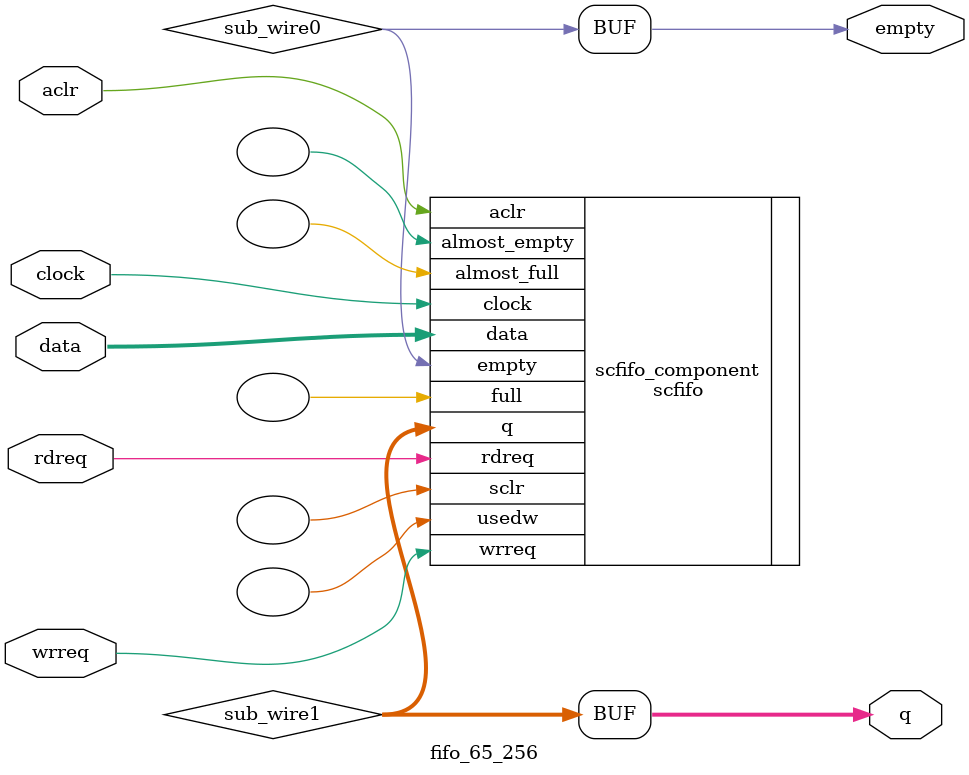
<source format=v>
module fifo_65_256 (
	aclr,
	clock,
	data,
	rdreq,
	wrreq,
	empty,
	q);
	input	  aclr;
	input	  clock;
	input	[64:0]  data;
	input	  rdreq;
	input	  wrreq;
	output	  empty;
	output	[64:0]  q;
	wire  sub_wire0;
	wire [64:0] sub_wire1;
	wire  empty = sub_wire0;
	wire [64:0] q = sub_wire1[64:0];
	scfifo	scfifo_component (
				.aclr (aclr),
				.clock (clock),
				.data (data),
				.rdreq (rdreq),
				.wrreq (wrreq),
				.empty (sub_wire0),
				.q (sub_wire1),
				.almost_empty (),
				.almost_full (),
				.full (),
				.sclr (),
				.usedw ());
	defparam
		scfifo_component.add_ram_output_register = "OFF",
		scfifo_component.intended_device_family = "Arria II GX",
		scfifo_component.lpm_numwords = 256,
		scfifo_component.lpm_showahead = "ON",
		scfifo_component.lpm_type = "scfifo",
		scfifo_component.lpm_width = 65,
		scfifo_component.lpm_widthu = 8,
		scfifo_component.overflow_checking = "ON",
		scfifo_component.underflow_checking = "ON",
		scfifo_component.use_eab = "ON";
endmodule
</source>
